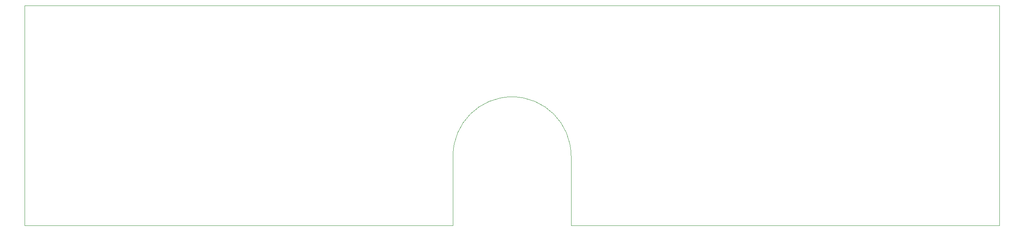
<source format=gm1>
G04 #@! TF.GenerationSoftware,KiCad,Pcbnew,5.1.10-6.fc34*
G04 #@! TF.CreationDate,2021-10-24T11:18:16+02:00*
G04 #@! TF.ProjectId,Amp Module,416d7020-4d6f-4647-956c-652e6b696361,rev?*
G04 #@! TF.SameCoordinates,Original*
G04 #@! TF.FileFunction,Profile,NP*
%FSLAX46Y46*%
G04 Gerber Fmt 4.6, Leading zero omitted, Abs format (unit mm)*
G04 Created by KiCad (PCBNEW 5.1.10-6.fc34) date 2021-10-24 11:18:16*
%MOMM*%
%LPD*%
G01*
G04 APERTURE LIST*
G04 #@! TA.AperFunction,Profile*
%ADD10C,0.050000*%
G04 #@! TD*
G04 APERTURE END LIST*
D10*
X106650000Y-47360000D02*
G75*
G02*
X131830000Y-47360000I12590000J0D01*
G01*
X131830000Y-62240000D02*
X131830000Y-47360000D01*
X131830000Y-62240000D02*
X223240000Y-62240000D01*
X106650000Y-62240000D02*
X106650000Y-47360000D01*
X223240000Y-15240000D02*
X223240000Y-62240000D01*
X15240000Y-62240000D02*
X106650000Y-62240000D01*
X15240000Y-15240000D02*
X15240000Y-62240000D01*
X15240000Y-15240000D02*
X223240000Y-15240000D01*
M02*

</source>
